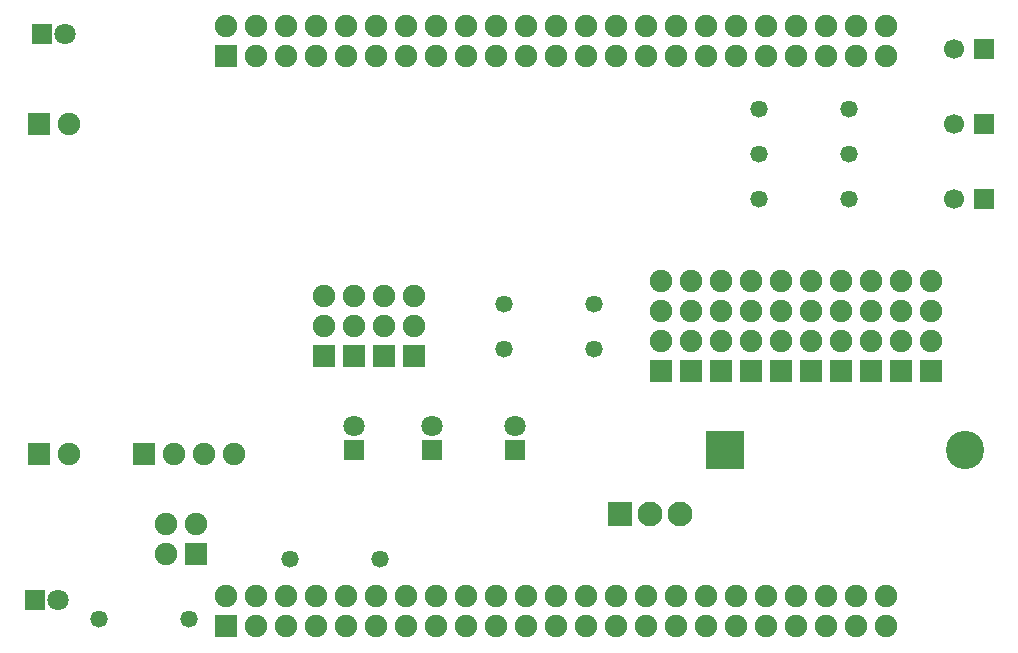
<source format=gbr>
G04 DipTrace 3.3.1.3*
G04 BottomMask.gbr*
%MOIN*%
G04 #@! TF.FileFunction,Soldermask,Bot*
G04 #@! TF.Part,Single*
%ADD30R,0.066929X0.066929*%
%ADD31C,0.066929*%
%ADD32R,0.074803X0.074803*%
%ADD33C,0.074803*%
%ADD48C,0.082677*%
%ADD49R,0.082677X0.082677*%
%ADD52R,0.127874X0.127874*%
%ADD54C,0.127874*%
%ADD56C,0.070866*%
%ADD58R,0.070866X0.070866*%
%ADD60C,0.057874*%
%ADD62C,0.057874*%
%FSLAX26Y26*%
G04*
G70*
G90*
G75*
G01*
G04 BotMask*
%LPD*%
D62*
X2393701Y1443701D3*
D60*
X2093701D3*
D62*
X2393701Y1593701D3*
D60*
X2093701D3*
D62*
X1681201Y743701D3*
D60*
X1381201D3*
D58*
X531201Y606201D3*
D56*
X609941D3*
D54*
X3631201Y1106201D3*
D52*
X2831201D3*
D31*
X3593701Y2443701D3*
D30*
X3693701D3*
D32*
X543701Y2193701D3*
D33*
X643701D3*
D32*
X893701Y1093701D3*
D33*
X993701D3*
X1093701D3*
X1193701D3*
D32*
X3218701Y1368701D3*
D33*
Y1468701D3*
Y1568701D3*
Y1668701D3*
D32*
X3118701Y1368701D3*
D33*
Y1468701D3*
Y1568701D3*
Y1668701D3*
D32*
X3018701Y1368701D3*
D33*
Y1468701D3*
Y1568701D3*
Y1668701D3*
D32*
X2918701Y1368701D3*
D33*
Y1468701D3*
Y1568701D3*
Y1668701D3*
D32*
X2818701Y1368701D3*
D33*
Y1468701D3*
Y1568701D3*
Y1668701D3*
D32*
X2718701Y1368701D3*
D33*
Y1468701D3*
Y1568701D3*
Y1668701D3*
D32*
X2618701Y1368701D3*
D33*
Y1468701D3*
Y1568701D3*
Y1668701D3*
D32*
X3318701Y1368701D3*
D33*
Y1468701D3*
Y1568701D3*
Y1668701D3*
D32*
X3418701Y1368701D3*
D33*
Y1468701D3*
Y1568701D3*
Y1668701D3*
D32*
X3518701Y1368701D3*
D33*
Y1468701D3*
Y1568701D3*
Y1668701D3*
D32*
X1068701Y758701D3*
D33*
X968701D3*
X1068701Y858701D3*
X968701D3*
D32*
X1168701Y518701D3*
D33*
Y618701D3*
X1268701Y518701D3*
Y618701D3*
X1368701Y518701D3*
Y618701D3*
X1468701Y518701D3*
Y618701D3*
X1568701Y518701D3*
Y618701D3*
X1668701Y518701D3*
Y618701D3*
X1768701Y518701D3*
Y618701D3*
X1868701Y518701D3*
Y618701D3*
X1968701Y518701D3*
Y618701D3*
X2068701Y518701D3*
Y618701D3*
X2168701Y518701D3*
Y618701D3*
X2268701Y518701D3*
Y618701D3*
X2368701Y518701D3*
Y618701D3*
X2468701Y518701D3*
Y618701D3*
X2568701Y518701D3*
Y618701D3*
X2668701Y518701D3*
Y618701D3*
X2768701Y518701D3*
Y618701D3*
X2868701Y518701D3*
Y618701D3*
X2968701Y518701D3*
Y618701D3*
X3068701Y518701D3*
Y618701D3*
X3168701Y518701D3*
Y618701D3*
X3268701Y518701D3*
Y618701D3*
X3368701Y518701D3*
Y618701D3*
D32*
X1493701Y1418701D3*
D33*
Y1518701D3*
Y1618701D3*
D32*
X1593701Y1418701D3*
D33*
Y1518701D3*
Y1618701D3*
D32*
X1693701Y1418701D3*
D33*
Y1518701D3*
Y1618701D3*
D32*
X1793701Y1418701D3*
D33*
Y1518701D3*
Y1618701D3*
D31*
X3593701Y1943701D3*
D30*
X3693701D3*
D32*
X543701Y1093701D3*
D33*
X643701D3*
D58*
X554331Y2493701D3*
D56*
X633071D3*
D58*
X1593701Y1106201D3*
D56*
Y1184941D3*
D58*
X1856201Y1106201D3*
D56*
Y1184941D3*
D58*
X2131201Y1106201D3*
D56*
Y1184941D3*
D49*
X2481201Y893701D3*
D48*
X2581201D3*
X2681201D3*
D62*
X3243701Y1943701D3*
D60*
X2943701D3*
D62*
X3243701Y2093701D3*
D60*
X2943701D3*
D62*
X3243701Y2243701D3*
D60*
X2943701D3*
D62*
X743701Y543701D3*
D60*
X1043701D3*
D32*
X1168701Y2418701D3*
D33*
Y2518701D3*
X1268701Y2418701D3*
Y2518701D3*
X1368701Y2418701D3*
Y2518701D3*
X1468701Y2418701D3*
Y2518701D3*
X1568701Y2418701D3*
Y2518701D3*
X1668701Y2418701D3*
Y2518701D3*
X1768701Y2418701D3*
Y2518701D3*
X1868701Y2418701D3*
Y2518701D3*
X1968701Y2418701D3*
Y2518701D3*
X2068701Y2418701D3*
Y2518701D3*
X2168701Y2418701D3*
Y2518701D3*
X2268701Y2418701D3*
Y2518701D3*
X2368701Y2418701D3*
Y2518701D3*
X2468701Y2418701D3*
Y2518701D3*
X2568701Y2418701D3*
Y2518701D3*
X2668701Y2418701D3*
Y2518701D3*
X2768701Y2418701D3*
Y2518701D3*
X2868701Y2418701D3*
Y2518701D3*
X2968701Y2418701D3*
Y2518701D3*
X3068701Y2418701D3*
Y2518701D3*
X3168701Y2418701D3*
Y2518701D3*
X3268701Y2418701D3*
Y2518701D3*
X3368701Y2418701D3*
Y2518701D3*
D31*
X3593701Y2193701D3*
D30*
X3693701D3*
M02*

</source>
